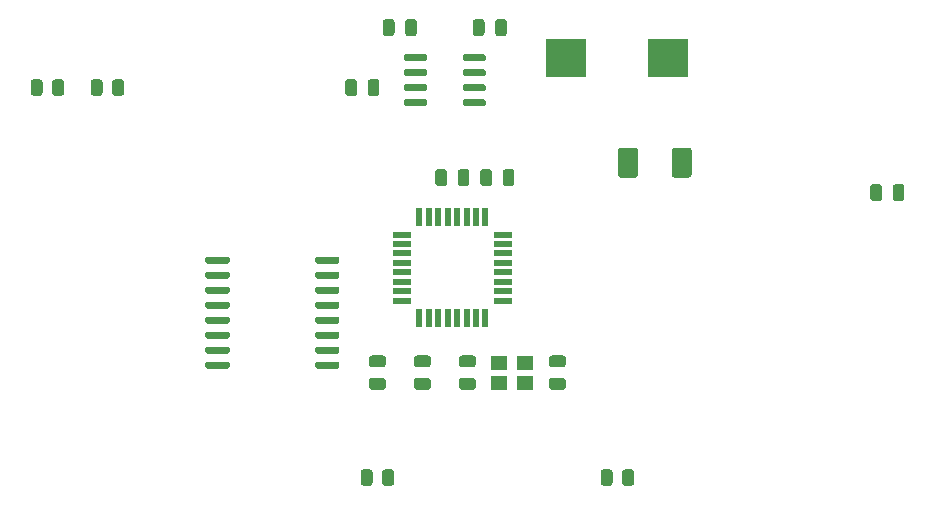
<source format=gbr>
G04 #@! TF.GenerationSoftware,KiCad,Pcbnew,(5.1.10)-1*
G04 #@! TF.CreationDate,2021-11-16T09:58:39-05:00*
G04 #@! TF.ProjectId,KittyCaddyV2,4b697474-7943-4616-9464-7956322e6b69,rev?*
G04 #@! TF.SameCoordinates,Original*
G04 #@! TF.FileFunction,Paste,Top*
G04 #@! TF.FilePolarity,Positive*
%FSLAX46Y46*%
G04 Gerber Fmt 4.6, Leading zero omitted, Abs format (unit mm)*
G04 Created by KiCad (PCBNEW (5.1.10)-1) date 2021-11-16 09:58:39*
%MOMM*%
%LPD*%
G01*
G04 APERTURE LIST*
%ADD10R,3.439000X3.251000*%
%ADD11R,1.400000X1.200000*%
%ADD12R,0.550000X1.600000*%
%ADD13R,1.600000X0.550000*%
G04 APERTURE END LIST*
G04 #@! TO.C,U3*
G36*
G01*
X115755000Y-95735000D02*
X115755000Y-96035000D01*
G75*
G02*
X115605000Y-96185000I-150000J0D01*
G01*
X113855000Y-96185000D01*
G75*
G02*
X113705000Y-96035000I0J150000D01*
G01*
X113705000Y-95735000D01*
G75*
G02*
X113855000Y-95585000I150000J0D01*
G01*
X115605000Y-95585000D01*
G75*
G02*
X115755000Y-95735000I0J-150000D01*
G01*
G37*
G36*
G01*
X115755000Y-94465000D02*
X115755000Y-94765000D01*
G75*
G02*
X115605000Y-94915000I-150000J0D01*
G01*
X113855000Y-94915000D01*
G75*
G02*
X113705000Y-94765000I0J150000D01*
G01*
X113705000Y-94465000D01*
G75*
G02*
X113855000Y-94315000I150000J0D01*
G01*
X115605000Y-94315000D01*
G75*
G02*
X115755000Y-94465000I0J-150000D01*
G01*
G37*
G36*
G01*
X115755000Y-93195000D02*
X115755000Y-93495000D01*
G75*
G02*
X115605000Y-93645000I-150000J0D01*
G01*
X113855000Y-93645000D01*
G75*
G02*
X113705000Y-93495000I0J150000D01*
G01*
X113705000Y-93195000D01*
G75*
G02*
X113855000Y-93045000I150000J0D01*
G01*
X115605000Y-93045000D01*
G75*
G02*
X115755000Y-93195000I0J-150000D01*
G01*
G37*
G36*
G01*
X115755000Y-91925000D02*
X115755000Y-92225000D01*
G75*
G02*
X115605000Y-92375000I-150000J0D01*
G01*
X113855000Y-92375000D01*
G75*
G02*
X113705000Y-92225000I0J150000D01*
G01*
X113705000Y-91925000D01*
G75*
G02*
X113855000Y-91775000I150000J0D01*
G01*
X115605000Y-91775000D01*
G75*
G02*
X115755000Y-91925000I0J-150000D01*
G01*
G37*
G36*
G01*
X115755000Y-90655000D02*
X115755000Y-90955000D01*
G75*
G02*
X115605000Y-91105000I-150000J0D01*
G01*
X113855000Y-91105000D01*
G75*
G02*
X113705000Y-90955000I0J150000D01*
G01*
X113705000Y-90655000D01*
G75*
G02*
X113855000Y-90505000I150000J0D01*
G01*
X115605000Y-90505000D01*
G75*
G02*
X115755000Y-90655000I0J-150000D01*
G01*
G37*
G36*
G01*
X115755000Y-89385000D02*
X115755000Y-89685000D01*
G75*
G02*
X115605000Y-89835000I-150000J0D01*
G01*
X113855000Y-89835000D01*
G75*
G02*
X113705000Y-89685000I0J150000D01*
G01*
X113705000Y-89385000D01*
G75*
G02*
X113855000Y-89235000I150000J0D01*
G01*
X115605000Y-89235000D01*
G75*
G02*
X115755000Y-89385000I0J-150000D01*
G01*
G37*
G36*
G01*
X115755000Y-88115000D02*
X115755000Y-88415000D01*
G75*
G02*
X115605000Y-88565000I-150000J0D01*
G01*
X113855000Y-88565000D01*
G75*
G02*
X113705000Y-88415000I0J150000D01*
G01*
X113705000Y-88115000D01*
G75*
G02*
X113855000Y-87965000I150000J0D01*
G01*
X115605000Y-87965000D01*
G75*
G02*
X115755000Y-88115000I0J-150000D01*
G01*
G37*
G36*
G01*
X115755000Y-86845000D02*
X115755000Y-87145000D01*
G75*
G02*
X115605000Y-87295000I-150000J0D01*
G01*
X113855000Y-87295000D01*
G75*
G02*
X113705000Y-87145000I0J150000D01*
G01*
X113705000Y-86845000D01*
G75*
G02*
X113855000Y-86695000I150000J0D01*
G01*
X115605000Y-86695000D01*
G75*
G02*
X115755000Y-86845000I0J-150000D01*
G01*
G37*
G36*
G01*
X125055000Y-86845000D02*
X125055000Y-87145000D01*
G75*
G02*
X124905000Y-87295000I-150000J0D01*
G01*
X123155000Y-87295000D01*
G75*
G02*
X123005000Y-87145000I0J150000D01*
G01*
X123005000Y-86845000D01*
G75*
G02*
X123155000Y-86695000I150000J0D01*
G01*
X124905000Y-86695000D01*
G75*
G02*
X125055000Y-86845000I0J-150000D01*
G01*
G37*
G36*
G01*
X125055000Y-88115000D02*
X125055000Y-88415000D01*
G75*
G02*
X124905000Y-88565000I-150000J0D01*
G01*
X123155000Y-88565000D01*
G75*
G02*
X123005000Y-88415000I0J150000D01*
G01*
X123005000Y-88115000D01*
G75*
G02*
X123155000Y-87965000I150000J0D01*
G01*
X124905000Y-87965000D01*
G75*
G02*
X125055000Y-88115000I0J-150000D01*
G01*
G37*
G36*
G01*
X125055000Y-89385000D02*
X125055000Y-89685000D01*
G75*
G02*
X124905000Y-89835000I-150000J0D01*
G01*
X123155000Y-89835000D01*
G75*
G02*
X123005000Y-89685000I0J150000D01*
G01*
X123005000Y-89385000D01*
G75*
G02*
X123155000Y-89235000I150000J0D01*
G01*
X124905000Y-89235000D01*
G75*
G02*
X125055000Y-89385000I0J-150000D01*
G01*
G37*
G36*
G01*
X125055000Y-90655000D02*
X125055000Y-90955000D01*
G75*
G02*
X124905000Y-91105000I-150000J0D01*
G01*
X123155000Y-91105000D01*
G75*
G02*
X123005000Y-90955000I0J150000D01*
G01*
X123005000Y-90655000D01*
G75*
G02*
X123155000Y-90505000I150000J0D01*
G01*
X124905000Y-90505000D01*
G75*
G02*
X125055000Y-90655000I0J-150000D01*
G01*
G37*
G36*
G01*
X125055000Y-91925000D02*
X125055000Y-92225000D01*
G75*
G02*
X124905000Y-92375000I-150000J0D01*
G01*
X123155000Y-92375000D01*
G75*
G02*
X123005000Y-92225000I0J150000D01*
G01*
X123005000Y-91925000D01*
G75*
G02*
X123155000Y-91775000I150000J0D01*
G01*
X124905000Y-91775000D01*
G75*
G02*
X125055000Y-91925000I0J-150000D01*
G01*
G37*
G36*
G01*
X125055000Y-93195000D02*
X125055000Y-93495000D01*
G75*
G02*
X124905000Y-93645000I-150000J0D01*
G01*
X123155000Y-93645000D01*
G75*
G02*
X123005000Y-93495000I0J150000D01*
G01*
X123005000Y-93195000D01*
G75*
G02*
X123155000Y-93045000I150000J0D01*
G01*
X124905000Y-93045000D01*
G75*
G02*
X125055000Y-93195000I0J-150000D01*
G01*
G37*
G36*
G01*
X125055000Y-94465000D02*
X125055000Y-94765000D01*
G75*
G02*
X124905000Y-94915000I-150000J0D01*
G01*
X123155000Y-94915000D01*
G75*
G02*
X123005000Y-94765000I0J150000D01*
G01*
X123005000Y-94465000D01*
G75*
G02*
X123155000Y-94315000I150000J0D01*
G01*
X124905000Y-94315000D01*
G75*
G02*
X125055000Y-94465000I0J-150000D01*
G01*
G37*
G36*
G01*
X125055000Y-95735000D02*
X125055000Y-96035000D01*
G75*
G02*
X124905000Y-96185000I-150000J0D01*
G01*
X123155000Y-96185000D01*
G75*
G02*
X123005000Y-96035000I0J150000D01*
G01*
X123005000Y-95735000D01*
G75*
G02*
X123155000Y-95585000I150000J0D01*
G01*
X124905000Y-95585000D01*
G75*
G02*
X125055000Y-95735000I0J-150000D01*
G01*
G37*
G04 #@! TD*
D10*
G04 #@! TO.C,L1*
X144277000Y-69850000D03*
X152903000Y-69850000D03*
G04 #@! TD*
D11*
G04 #@! TO.C,Y1*
X138600000Y-97370000D03*
X140800000Y-97370000D03*
X140800000Y-95670000D03*
X138600000Y-95670000D03*
G04 #@! TD*
G04 #@! TO.C,R4*
G36*
G01*
X105810000Y-72840002D02*
X105810000Y-71939998D01*
G75*
G02*
X106059998Y-71690000I249998J0D01*
G01*
X106585002Y-71690000D01*
G75*
G02*
X106835000Y-71939998I0J-249998D01*
G01*
X106835000Y-72840002D01*
G75*
G02*
X106585002Y-73090000I-249998J0D01*
G01*
X106059998Y-73090000D01*
G75*
G02*
X105810000Y-72840002I0J249998D01*
G01*
G37*
G36*
G01*
X103985000Y-72840002D02*
X103985000Y-71939998D01*
G75*
G02*
X104234998Y-71690000I249998J0D01*
G01*
X104760002Y-71690000D01*
G75*
G02*
X105010000Y-71939998I0J-249998D01*
G01*
X105010000Y-72840002D01*
G75*
G02*
X104760002Y-73090000I-249998J0D01*
G01*
X104234998Y-73090000D01*
G75*
G02*
X103985000Y-72840002I0J249998D01*
G01*
G37*
G04 #@! TD*
G04 #@! TO.C,R3*
G36*
G01*
X100730000Y-72840002D02*
X100730000Y-71939998D01*
G75*
G02*
X100979998Y-71690000I249998J0D01*
G01*
X101505002Y-71690000D01*
G75*
G02*
X101755000Y-71939998I0J-249998D01*
G01*
X101755000Y-72840002D01*
G75*
G02*
X101505002Y-73090000I-249998J0D01*
G01*
X100979998Y-73090000D01*
G75*
G02*
X100730000Y-72840002I0J249998D01*
G01*
G37*
G36*
G01*
X98905000Y-72840002D02*
X98905000Y-71939998D01*
G75*
G02*
X99154998Y-71690000I249998J0D01*
G01*
X99680002Y-71690000D01*
G75*
G02*
X99930000Y-71939998I0J-249998D01*
G01*
X99930000Y-72840002D01*
G75*
G02*
X99680002Y-73090000I-249998J0D01*
G01*
X99154998Y-73090000D01*
G75*
G02*
X98905000Y-72840002I0J249998D01*
G01*
G37*
G04 #@! TD*
G04 #@! TO.C,R1*
G36*
G01*
X148190000Y-104959998D02*
X148190000Y-105860002D01*
G75*
G02*
X147940002Y-106110000I-249998J0D01*
G01*
X147414998Y-106110000D01*
G75*
G02*
X147165000Y-105860002I0J249998D01*
G01*
X147165000Y-104959998D01*
G75*
G02*
X147414998Y-104710000I249998J0D01*
G01*
X147940002Y-104710000D01*
G75*
G02*
X148190000Y-104959998I0J-249998D01*
G01*
G37*
G36*
G01*
X150015000Y-104959998D02*
X150015000Y-105860002D01*
G75*
G02*
X149765002Y-106110000I-249998J0D01*
G01*
X149239998Y-106110000D01*
G75*
G02*
X148990000Y-105860002I0J249998D01*
G01*
X148990000Y-104959998D01*
G75*
G02*
X149239998Y-104710000I249998J0D01*
G01*
X149765002Y-104710000D01*
G75*
G02*
X150015000Y-104959998I0J-249998D01*
G01*
G37*
G04 #@! TD*
G04 #@! TO.C,R2*
G36*
G01*
X128670000Y-105860002D02*
X128670000Y-104959998D01*
G75*
G02*
X128919998Y-104710000I249998J0D01*
G01*
X129445002Y-104710000D01*
G75*
G02*
X129695000Y-104959998I0J-249998D01*
G01*
X129695000Y-105860002D01*
G75*
G02*
X129445002Y-106110000I-249998J0D01*
G01*
X128919998Y-106110000D01*
G75*
G02*
X128670000Y-105860002I0J249998D01*
G01*
G37*
G36*
G01*
X126845000Y-105860002D02*
X126845000Y-104959998D01*
G75*
G02*
X127094998Y-104710000I249998J0D01*
G01*
X127620002Y-104710000D01*
G75*
G02*
X127870000Y-104959998I0J-249998D01*
G01*
X127870000Y-105860002D01*
G75*
G02*
X127620002Y-106110000I-249998J0D01*
G01*
X127094998Y-106110000D01*
G75*
G02*
X126845000Y-105860002I0J249998D01*
G01*
G37*
G04 #@! TD*
G04 #@! TO.C,C12*
G36*
G01*
X143035000Y-95070000D02*
X143985000Y-95070000D01*
G75*
G02*
X144235000Y-95320000I0J-250000D01*
G01*
X144235000Y-95820000D01*
G75*
G02*
X143985000Y-96070000I-250000J0D01*
G01*
X143035000Y-96070000D01*
G75*
G02*
X142785000Y-95820000I0J250000D01*
G01*
X142785000Y-95320000D01*
G75*
G02*
X143035000Y-95070000I250000J0D01*
G01*
G37*
G36*
G01*
X143035000Y-96970000D02*
X143985000Y-96970000D01*
G75*
G02*
X144235000Y-97220000I0J-250000D01*
G01*
X144235000Y-97720000D01*
G75*
G02*
X143985000Y-97970000I-250000J0D01*
G01*
X143035000Y-97970000D01*
G75*
G02*
X142785000Y-97720000I0J250000D01*
G01*
X142785000Y-97220000D01*
G75*
G02*
X143035000Y-96970000I250000J0D01*
G01*
G37*
G04 #@! TD*
G04 #@! TO.C,C11*
G36*
G01*
X135415000Y-95070000D02*
X136365000Y-95070000D01*
G75*
G02*
X136615000Y-95320000I0J-250000D01*
G01*
X136615000Y-95820000D01*
G75*
G02*
X136365000Y-96070000I-250000J0D01*
G01*
X135415000Y-96070000D01*
G75*
G02*
X135165000Y-95820000I0J250000D01*
G01*
X135165000Y-95320000D01*
G75*
G02*
X135415000Y-95070000I250000J0D01*
G01*
G37*
G36*
G01*
X135415000Y-96970000D02*
X136365000Y-96970000D01*
G75*
G02*
X136615000Y-97220000I0J-250000D01*
G01*
X136615000Y-97720000D01*
G75*
G02*
X136365000Y-97970000I-250000J0D01*
G01*
X135415000Y-97970000D01*
G75*
G02*
X135165000Y-97720000I0J250000D01*
G01*
X135165000Y-97220000D01*
G75*
G02*
X135415000Y-96970000I250000J0D01*
G01*
G37*
G04 #@! TD*
G04 #@! TO.C,C7*
G36*
G01*
X131605000Y-95070000D02*
X132555000Y-95070000D01*
G75*
G02*
X132805000Y-95320000I0J-250000D01*
G01*
X132805000Y-95820000D01*
G75*
G02*
X132555000Y-96070000I-250000J0D01*
G01*
X131605000Y-96070000D01*
G75*
G02*
X131355000Y-95820000I0J250000D01*
G01*
X131355000Y-95320000D01*
G75*
G02*
X131605000Y-95070000I250000J0D01*
G01*
G37*
G36*
G01*
X131605000Y-96970000D02*
X132555000Y-96970000D01*
G75*
G02*
X132805000Y-97220000I0J-250000D01*
G01*
X132805000Y-97720000D01*
G75*
G02*
X132555000Y-97970000I-250000J0D01*
G01*
X131605000Y-97970000D01*
G75*
G02*
X131355000Y-97720000I0J250000D01*
G01*
X131355000Y-97220000D01*
G75*
G02*
X131605000Y-96970000I250000J0D01*
G01*
G37*
G04 #@! TD*
G04 #@! TO.C,C8*
G36*
G01*
X138880000Y-80485000D02*
X138880000Y-79535000D01*
G75*
G02*
X139130000Y-79285000I250000J0D01*
G01*
X139630000Y-79285000D01*
G75*
G02*
X139880000Y-79535000I0J-250000D01*
G01*
X139880000Y-80485000D01*
G75*
G02*
X139630000Y-80735000I-250000J0D01*
G01*
X139130000Y-80735000D01*
G75*
G02*
X138880000Y-80485000I0J250000D01*
G01*
G37*
G36*
G01*
X136980000Y-80485000D02*
X136980000Y-79535000D01*
G75*
G02*
X137230000Y-79285000I250000J0D01*
G01*
X137730000Y-79285000D01*
G75*
G02*
X137980000Y-79535000I0J-250000D01*
G01*
X137980000Y-80485000D01*
G75*
G02*
X137730000Y-80735000I-250000J0D01*
G01*
X137230000Y-80735000D01*
G75*
G02*
X136980000Y-80485000I0J250000D01*
G01*
G37*
G04 #@! TD*
G04 #@! TO.C,C9*
G36*
G01*
X130625000Y-67785000D02*
X130625000Y-66835000D01*
G75*
G02*
X130875000Y-66585000I250000J0D01*
G01*
X131375000Y-66585000D01*
G75*
G02*
X131625000Y-66835000I0J-250000D01*
G01*
X131625000Y-67785000D01*
G75*
G02*
X131375000Y-68035000I-250000J0D01*
G01*
X130875000Y-68035000D01*
G75*
G02*
X130625000Y-67785000I0J250000D01*
G01*
G37*
G36*
G01*
X128725000Y-67785000D02*
X128725000Y-66835000D01*
G75*
G02*
X128975000Y-66585000I250000J0D01*
G01*
X129475000Y-66585000D01*
G75*
G02*
X129725000Y-66835000I0J-250000D01*
G01*
X129725000Y-67785000D01*
G75*
G02*
X129475000Y-68035000I-250000J0D01*
G01*
X128975000Y-68035000D01*
G75*
G02*
X128725000Y-67785000I0J250000D01*
G01*
G37*
G04 #@! TD*
G04 #@! TO.C,C4*
G36*
G01*
X138245000Y-67785000D02*
X138245000Y-66835000D01*
G75*
G02*
X138495000Y-66585000I250000J0D01*
G01*
X138995000Y-66585000D01*
G75*
G02*
X139245000Y-66835000I0J-250000D01*
G01*
X139245000Y-67785000D01*
G75*
G02*
X138995000Y-68035000I-250000J0D01*
G01*
X138495000Y-68035000D01*
G75*
G02*
X138245000Y-67785000I0J250000D01*
G01*
G37*
G36*
G01*
X136345000Y-67785000D02*
X136345000Y-66835000D01*
G75*
G02*
X136595000Y-66585000I250000J0D01*
G01*
X137095000Y-66585000D01*
G75*
G02*
X137345000Y-66835000I0J-250000D01*
G01*
X137345000Y-67785000D01*
G75*
G02*
X137095000Y-68035000I-250000J0D01*
G01*
X136595000Y-68035000D01*
G75*
G02*
X136345000Y-67785000I0J250000D01*
G01*
G37*
G04 #@! TD*
G04 #@! TO.C,C5*
G36*
G01*
X136070000Y-79535000D02*
X136070000Y-80485000D01*
G75*
G02*
X135820000Y-80735000I-250000J0D01*
G01*
X135320000Y-80735000D01*
G75*
G02*
X135070000Y-80485000I0J250000D01*
G01*
X135070000Y-79535000D01*
G75*
G02*
X135320000Y-79285000I250000J0D01*
G01*
X135820000Y-79285000D01*
G75*
G02*
X136070000Y-79535000I0J-250000D01*
G01*
G37*
G36*
G01*
X134170000Y-79535000D02*
X134170000Y-80485000D01*
G75*
G02*
X133920000Y-80735000I-250000J0D01*
G01*
X133420000Y-80735000D01*
G75*
G02*
X133170000Y-80485000I0J250000D01*
G01*
X133170000Y-79535000D01*
G75*
G02*
X133420000Y-79285000I250000J0D01*
G01*
X133920000Y-79285000D01*
G75*
G02*
X134170000Y-79535000I0J-250000D01*
G01*
G37*
G04 #@! TD*
G04 #@! TO.C,C6*
G36*
G01*
X127450000Y-72865000D02*
X127450000Y-71915000D01*
G75*
G02*
X127700000Y-71665000I250000J0D01*
G01*
X128200000Y-71665000D01*
G75*
G02*
X128450000Y-71915000I0J-250000D01*
G01*
X128450000Y-72865000D01*
G75*
G02*
X128200000Y-73115000I-250000J0D01*
G01*
X127700000Y-73115000D01*
G75*
G02*
X127450000Y-72865000I0J250000D01*
G01*
G37*
G36*
G01*
X125550000Y-72865000D02*
X125550000Y-71915000D01*
G75*
G02*
X125800000Y-71665000I250000J0D01*
G01*
X126300000Y-71665000D01*
G75*
G02*
X126550000Y-71915000I0J-250000D01*
G01*
X126550000Y-72865000D01*
G75*
G02*
X126300000Y-73115000I-250000J0D01*
G01*
X125800000Y-73115000D01*
G75*
G02*
X125550000Y-72865000I0J250000D01*
G01*
G37*
G04 #@! TD*
G04 #@! TO.C,C1*
G36*
G01*
X171900000Y-81755000D02*
X171900000Y-80805000D01*
G75*
G02*
X172150000Y-80555000I250000J0D01*
G01*
X172650000Y-80555000D01*
G75*
G02*
X172900000Y-80805000I0J-250000D01*
G01*
X172900000Y-81755000D01*
G75*
G02*
X172650000Y-82005000I-250000J0D01*
G01*
X172150000Y-82005000D01*
G75*
G02*
X171900000Y-81755000I0J250000D01*
G01*
G37*
G36*
G01*
X170000000Y-81755000D02*
X170000000Y-80805000D01*
G75*
G02*
X170250000Y-80555000I250000J0D01*
G01*
X170750000Y-80555000D01*
G75*
G02*
X171000000Y-80805000I0J-250000D01*
G01*
X171000000Y-81755000D01*
G75*
G02*
X170750000Y-82005000I-250000J0D01*
G01*
X170250000Y-82005000D01*
G75*
G02*
X170000000Y-81755000I0J250000D01*
G01*
G37*
G04 #@! TD*
G04 #@! TO.C,C13*
G36*
G01*
X127795000Y-95070000D02*
X128745000Y-95070000D01*
G75*
G02*
X128995000Y-95320000I0J-250000D01*
G01*
X128995000Y-95820000D01*
G75*
G02*
X128745000Y-96070000I-250000J0D01*
G01*
X127795000Y-96070000D01*
G75*
G02*
X127545000Y-95820000I0J250000D01*
G01*
X127545000Y-95320000D01*
G75*
G02*
X127795000Y-95070000I250000J0D01*
G01*
G37*
G36*
G01*
X127795000Y-96970000D02*
X128745000Y-96970000D01*
G75*
G02*
X128995000Y-97220000I0J-250000D01*
G01*
X128995000Y-97720000D01*
G75*
G02*
X128745000Y-97970000I-250000J0D01*
G01*
X127795000Y-97970000D01*
G75*
G02*
X127545000Y-97720000I0J250000D01*
G01*
X127545000Y-97220000D01*
G75*
G02*
X127795000Y-96970000I250000J0D01*
G01*
G37*
G04 #@! TD*
D12*
G04 #@! TO.C,U1*
X131820000Y-91880000D03*
X132620000Y-91880000D03*
X133420000Y-91880000D03*
X134220000Y-91880000D03*
X135020000Y-91880000D03*
X135820000Y-91880000D03*
X136620000Y-91880000D03*
X137420000Y-91880000D03*
D13*
X138870000Y-90430000D03*
X138870000Y-89630000D03*
X138870000Y-88830000D03*
X138870000Y-88030000D03*
X138870000Y-87230000D03*
X138870000Y-86430000D03*
X138870000Y-85630000D03*
X138870000Y-84830000D03*
D12*
X137420000Y-83380000D03*
X136620000Y-83380000D03*
X135820000Y-83380000D03*
X135020000Y-83380000D03*
X134220000Y-83380000D03*
X133420000Y-83380000D03*
X132620000Y-83380000D03*
X131820000Y-83380000D03*
D13*
X130370000Y-84830000D03*
X130370000Y-85630000D03*
X130370000Y-86430000D03*
X130370000Y-87230000D03*
X130370000Y-88030000D03*
X130370000Y-88830000D03*
X130370000Y-89630000D03*
X130370000Y-90430000D03*
G04 #@! TD*
G04 #@! TO.C,U2*
G36*
G01*
X135485000Y-70000000D02*
X135485000Y-69700000D01*
G75*
G02*
X135635000Y-69550000I150000J0D01*
G01*
X137285000Y-69550000D01*
G75*
G02*
X137435000Y-69700000I0J-150000D01*
G01*
X137435000Y-70000000D01*
G75*
G02*
X137285000Y-70150000I-150000J0D01*
G01*
X135635000Y-70150000D01*
G75*
G02*
X135485000Y-70000000I0J150000D01*
G01*
G37*
G36*
G01*
X135485000Y-71270000D02*
X135485000Y-70970000D01*
G75*
G02*
X135635000Y-70820000I150000J0D01*
G01*
X137285000Y-70820000D01*
G75*
G02*
X137435000Y-70970000I0J-150000D01*
G01*
X137435000Y-71270000D01*
G75*
G02*
X137285000Y-71420000I-150000J0D01*
G01*
X135635000Y-71420000D01*
G75*
G02*
X135485000Y-71270000I0J150000D01*
G01*
G37*
G36*
G01*
X135485000Y-72540000D02*
X135485000Y-72240000D01*
G75*
G02*
X135635000Y-72090000I150000J0D01*
G01*
X137285000Y-72090000D01*
G75*
G02*
X137435000Y-72240000I0J-150000D01*
G01*
X137435000Y-72540000D01*
G75*
G02*
X137285000Y-72690000I-150000J0D01*
G01*
X135635000Y-72690000D01*
G75*
G02*
X135485000Y-72540000I0J150000D01*
G01*
G37*
G36*
G01*
X135485000Y-73810000D02*
X135485000Y-73510000D01*
G75*
G02*
X135635000Y-73360000I150000J0D01*
G01*
X137285000Y-73360000D01*
G75*
G02*
X137435000Y-73510000I0J-150000D01*
G01*
X137435000Y-73810000D01*
G75*
G02*
X137285000Y-73960000I-150000J0D01*
G01*
X135635000Y-73960000D01*
G75*
G02*
X135485000Y-73810000I0J150000D01*
G01*
G37*
G36*
G01*
X130535000Y-73810000D02*
X130535000Y-73510000D01*
G75*
G02*
X130685000Y-73360000I150000J0D01*
G01*
X132335000Y-73360000D01*
G75*
G02*
X132485000Y-73510000I0J-150000D01*
G01*
X132485000Y-73810000D01*
G75*
G02*
X132335000Y-73960000I-150000J0D01*
G01*
X130685000Y-73960000D01*
G75*
G02*
X130535000Y-73810000I0J150000D01*
G01*
G37*
G36*
G01*
X130535000Y-72540000D02*
X130535000Y-72240000D01*
G75*
G02*
X130685000Y-72090000I150000J0D01*
G01*
X132335000Y-72090000D01*
G75*
G02*
X132485000Y-72240000I0J-150000D01*
G01*
X132485000Y-72540000D01*
G75*
G02*
X132335000Y-72690000I-150000J0D01*
G01*
X130685000Y-72690000D01*
G75*
G02*
X130535000Y-72540000I0J150000D01*
G01*
G37*
G36*
G01*
X130535000Y-71270000D02*
X130535000Y-70970000D01*
G75*
G02*
X130685000Y-70820000I150000J0D01*
G01*
X132335000Y-70820000D01*
G75*
G02*
X132485000Y-70970000I0J-150000D01*
G01*
X132485000Y-71270000D01*
G75*
G02*
X132335000Y-71420000I-150000J0D01*
G01*
X130685000Y-71420000D01*
G75*
G02*
X130535000Y-71270000I0J150000D01*
G01*
G37*
G36*
G01*
X130535000Y-70000000D02*
X130535000Y-69700000D01*
G75*
G02*
X130685000Y-69550000I150000J0D01*
G01*
X132335000Y-69550000D01*
G75*
G02*
X132485000Y-69700000I0J-150000D01*
G01*
X132485000Y-70000000D01*
G75*
G02*
X132335000Y-70150000I-150000J0D01*
G01*
X130685000Y-70150000D01*
G75*
G02*
X130535000Y-70000000I0J150000D01*
G01*
G37*
G04 #@! TD*
G04 #@! TO.C,D1*
G36*
G01*
X148640000Y-79765000D02*
X148640000Y-77715000D01*
G75*
G02*
X148890000Y-77465000I250000J0D01*
G01*
X150090000Y-77465000D01*
G75*
G02*
X150340000Y-77715000I0J-250000D01*
G01*
X150340000Y-79765000D01*
G75*
G02*
X150090000Y-80015000I-250000J0D01*
G01*
X148890000Y-80015000D01*
G75*
G02*
X148640000Y-79765000I0J250000D01*
G01*
G37*
G36*
G01*
X153190000Y-79765000D02*
X153190000Y-77715000D01*
G75*
G02*
X153440000Y-77465000I250000J0D01*
G01*
X154640000Y-77465000D01*
G75*
G02*
X154890000Y-77715000I0J-250000D01*
G01*
X154890000Y-79765000D01*
G75*
G02*
X154640000Y-80015000I-250000J0D01*
G01*
X153440000Y-80015000D01*
G75*
G02*
X153190000Y-79765000I0J250000D01*
G01*
G37*
G04 #@! TD*
M02*

</source>
